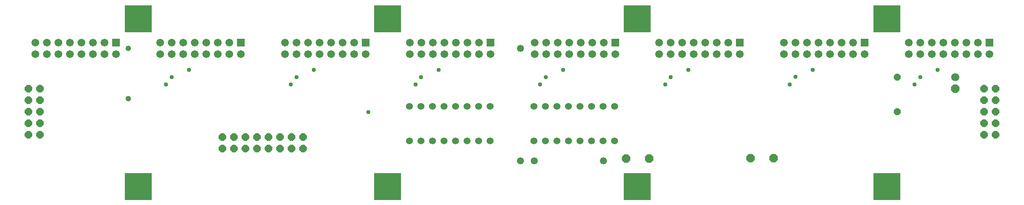
<source format=gts>
G75*
%MOIN*%
%OFA0B0*%
%FSLAX24Y24*%
%IPPOS*%
%LPD*%
%AMOC8*
5,1,8,0,0,1.08239X$1,22.5*
%
%ADD10R,0.0674X0.0674*%
%ADD11C,0.0674*%
%ADD12OC8,0.0710*%
%ADD13C,0.0710*%
%ADD14OC8,0.0600*%
%ADD15OC8,0.0640*%
%ADD16R,0.2380X0.2380*%
%ADD17C,0.0600*%
%ADD18C,0.0476*%
%ADD19C,0.0611*%
%ADD20C,0.0370*%
D10*
X017635Y014217D03*
X028462Y014217D03*
X039288Y014217D03*
X050115Y014217D03*
X060942Y014217D03*
X071769Y014217D03*
X082596Y014217D03*
X093422Y014217D03*
D11*
X092422Y014217D03*
X091422Y014217D03*
X090422Y014217D03*
X089422Y014217D03*
X088422Y014217D03*
X087422Y014217D03*
X086422Y014217D03*
X086422Y013217D03*
X087422Y013217D03*
X088422Y013217D03*
X089422Y013217D03*
X090422Y013217D03*
X091422Y013217D03*
X092422Y013217D03*
X093422Y013217D03*
X082596Y013217D03*
X081596Y013217D03*
X080596Y013217D03*
X079596Y013217D03*
X078596Y013217D03*
X077596Y013217D03*
X076596Y013217D03*
X075596Y013217D03*
X071769Y013217D03*
X070769Y013217D03*
X069769Y013217D03*
X068769Y013217D03*
X067769Y013217D03*
X066769Y013217D03*
X065769Y013217D03*
X064769Y013217D03*
X060942Y013217D03*
X059942Y013217D03*
X058942Y013217D03*
X057942Y013217D03*
X056942Y013217D03*
X055942Y013217D03*
X054942Y013217D03*
X053942Y013217D03*
X050115Y013217D03*
X049115Y013217D03*
X048115Y013217D03*
X047115Y013217D03*
X046115Y013217D03*
X045115Y013217D03*
X044115Y013217D03*
X043115Y013217D03*
X039288Y013217D03*
X038288Y013217D03*
X037288Y013217D03*
X036288Y013217D03*
X035288Y013217D03*
X034288Y013217D03*
X033288Y013217D03*
X032288Y013217D03*
X028462Y013217D03*
X027462Y013217D03*
X026462Y013217D03*
X025462Y013217D03*
X024462Y013217D03*
X023462Y013217D03*
X022462Y013217D03*
X021462Y013217D03*
X017635Y013217D03*
X016635Y013217D03*
X015635Y013217D03*
X014635Y013217D03*
X013635Y013217D03*
X012635Y013217D03*
X011635Y013217D03*
X010635Y013217D03*
X010635Y014217D03*
X011635Y014217D03*
X012635Y014217D03*
X013635Y014217D03*
X014635Y014217D03*
X015635Y014217D03*
X016635Y014217D03*
X021462Y014217D03*
X022462Y014217D03*
X023462Y014217D03*
X024462Y014217D03*
X025462Y014217D03*
X026462Y014217D03*
X027462Y014217D03*
X032288Y014217D03*
X033288Y014217D03*
X034288Y014217D03*
X035288Y014217D03*
X036288Y014217D03*
X037288Y014217D03*
X038288Y014217D03*
X043115Y014217D03*
X044115Y014217D03*
X045115Y014217D03*
X046115Y014217D03*
X047115Y014217D03*
X048115Y014217D03*
X049115Y014217D03*
X053942Y014217D03*
X054942Y014217D03*
X055942Y014217D03*
X056942Y014217D03*
X057942Y014217D03*
X058942Y014217D03*
X059942Y014217D03*
X064769Y014217D03*
X065769Y014217D03*
X066769Y014217D03*
X067769Y014217D03*
X068769Y014217D03*
X069769Y014217D03*
X070769Y014217D03*
X075596Y014217D03*
X076596Y014217D03*
X077596Y014217D03*
X078596Y014217D03*
X079596Y014217D03*
X080596Y014217D03*
X081596Y014217D03*
D12*
X090461Y010220D03*
X074681Y004180D03*
X072681Y004180D03*
X063901Y004160D03*
X061901Y004160D03*
D13*
X090461Y011220D03*
D14*
X085441Y011220D03*
X085441Y008220D03*
D15*
X092961Y008220D03*
X093961Y008220D03*
X093961Y007220D03*
X092961Y007220D03*
X092961Y006220D03*
X093961Y006220D03*
X093961Y009220D03*
X092961Y009220D03*
X092961Y010220D03*
X093961Y010220D03*
X033861Y006020D03*
X032861Y006020D03*
X031861Y006020D03*
X030861Y006020D03*
X029861Y006020D03*
X028861Y006020D03*
X027861Y006020D03*
X026861Y006020D03*
X026861Y005020D03*
X027861Y005020D03*
X028861Y005020D03*
X029861Y005020D03*
X030861Y005020D03*
X031861Y005020D03*
X032861Y005020D03*
X033861Y005020D03*
X011021Y006200D03*
X010021Y006200D03*
X010021Y007200D03*
X011021Y007200D03*
X011021Y008200D03*
X010021Y008200D03*
X010021Y009200D03*
X011021Y009200D03*
X011021Y010200D03*
X010021Y010200D03*
D16*
X019548Y001725D03*
X041202Y001725D03*
X062855Y001725D03*
X084509Y001725D03*
X084509Y016292D03*
X062855Y016292D03*
X041202Y016292D03*
X019548Y016292D03*
D17*
X043101Y008680D03*
X044101Y008680D03*
X045101Y008680D03*
X046101Y008680D03*
X047101Y008680D03*
X048101Y008680D03*
X049101Y008680D03*
X050101Y008680D03*
X053885Y008680D03*
X054885Y008680D03*
X055885Y008680D03*
X056885Y008680D03*
X057885Y008680D03*
X058885Y008680D03*
X059885Y008680D03*
X060885Y008680D03*
X060885Y005680D03*
X059885Y005680D03*
X058885Y005680D03*
X057885Y005680D03*
X056885Y005680D03*
X055885Y005680D03*
X054885Y005680D03*
X053885Y005680D03*
X050101Y005680D03*
X049101Y005680D03*
X048101Y005680D03*
X047101Y005680D03*
X046101Y005680D03*
X045101Y005680D03*
X044101Y005680D03*
X043101Y005680D03*
D18*
X018701Y009340D03*
X018701Y013720D03*
D19*
X052721Y013700D03*
X052721Y003940D03*
X053921Y003940D03*
X059921Y003940D03*
D20*
X039521Y008180D03*
X043621Y010580D03*
X044101Y011220D03*
X045621Y011860D03*
X054441Y010580D03*
X054941Y011220D03*
X056441Y011860D03*
X065281Y010580D03*
X065761Y011220D03*
X067281Y011860D03*
X076101Y010580D03*
X076596Y011234D03*
X078101Y011860D03*
X086921Y010580D03*
X087421Y011220D03*
X088921Y011860D03*
X034801Y011860D03*
X033281Y011220D03*
X032801Y010580D03*
X023961Y011860D03*
X022461Y011220D03*
X021961Y010580D03*
M02*

</source>
